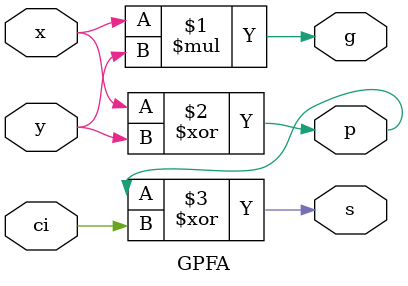
<source format=v>

module GPFA(x,y,ci,s,p,g);

input x;
input y;
input ci;
output s;
output p;
output g;
 
assign g = x * y; // iff x + y >= r
assign p = x ^ y; // iff x + y = r - 1
assign s = p ^ ci ;  // sum = x ^ y ^ c = p ^ ci
endmodule 

/* delay : 1ns (g,p) : produces g, p signals for each bits  (1 gate levels) */
</source>
